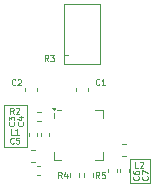
<source format=gbr>
%TF.GenerationSoftware,KiCad,Pcbnew,8.0.0*%
%TF.CreationDate,2024-08-25T13:37:12+02:00*%
%TF.ProjectId,Detector_PTFE_FR4_4_warstwy,44657465-6374-46f7-925f-505446455f46,rev?*%
%TF.SameCoordinates,Original*%
%TF.FileFunction,Legend,Top*%
%TF.FilePolarity,Positive*%
%FSLAX46Y46*%
G04 Gerber Fmt 4.6, Leading zero omitted, Abs format (unit mm)*
G04 Created by KiCad (PCBNEW 8.0.0) date 2024-08-25 13:37:12*
%MOMM*%
%LPD*%
G01*
G04 APERTURE LIST*
%ADD10C,0.100000*%
%ADD11C,0.125000*%
%ADD12C,0.120000*%
G04 APERTURE END LIST*
D10*
X75057000Y-39243000D02*
X76708000Y-39243000D01*
X76708000Y-41275000D01*
X75057000Y-41275000D01*
X75057000Y-39243000D01*
X69469000Y-26162000D02*
X72517000Y-26162000D01*
X72517000Y-31242000D01*
X69469000Y-31242000D01*
X69469000Y-26162000D01*
X64389000Y-34671000D02*
X66294000Y-34671000D01*
X66294000Y-38227000D01*
X64389000Y-38227000D01*
X64389000Y-34671000D01*
D11*
X68115666Y-30958809D02*
X67949000Y-30720714D01*
X67829952Y-30958809D02*
X67829952Y-30458809D01*
X67829952Y-30458809D02*
X68020428Y-30458809D01*
X68020428Y-30458809D02*
X68068047Y-30482619D01*
X68068047Y-30482619D02*
X68091857Y-30506428D01*
X68091857Y-30506428D02*
X68115666Y-30554047D01*
X68115666Y-30554047D02*
X68115666Y-30625476D01*
X68115666Y-30625476D02*
X68091857Y-30673095D01*
X68091857Y-30673095D02*
X68068047Y-30696904D01*
X68068047Y-30696904D02*
X68020428Y-30720714D01*
X68020428Y-30720714D02*
X67829952Y-30720714D01*
X68282333Y-30458809D02*
X68591857Y-30458809D01*
X68591857Y-30458809D02*
X68425190Y-30649285D01*
X68425190Y-30649285D02*
X68496619Y-30649285D01*
X68496619Y-30649285D02*
X68544238Y-30673095D01*
X68544238Y-30673095D02*
X68568047Y-30696904D01*
X68568047Y-30696904D02*
X68591857Y-30744523D01*
X68591857Y-30744523D02*
X68591857Y-30863571D01*
X68591857Y-30863571D02*
X68568047Y-30911190D01*
X68568047Y-30911190D02*
X68544238Y-30935000D01*
X68544238Y-30935000D02*
X68496619Y-30958809D01*
X68496619Y-30958809D02*
X68353762Y-30958809D01*
X68353762Y-30958809D02*
X68306143Y-30935000D01*
X68306143Y-30935000D02*
X68282333Y-30911190D01*
X65194666Y-37896190D02*
X65170857Y-37920000D01*
X65170857Y-37920000D02*
X65099428Y-37943809D01*
X65099428Y-37943809D02*
X65051809Y-37943809D01*
X65051809Y-37943809D02*
X64980381Y-37920000D01*
X64980381Y-37920000D02*
X64932762Y-37872380D01*
X64932762Y-37872380D02*
X64908952Y-37824761D01*
X64908952Y-37824761D02*
X64885143Y-37729523D01*
X64885143Y-37729523D02*
X64885143Y-37658095D01*
X64885143Y-37658095D02*
X64908952Y-37562857D01*
X64908952Y-37562857D02*
X64932762Y-37515238D01*
X64932762Y-37515238D02*
X64980381Y-37467619D01*
X64980381Y-37467619D02*
X65051809Y-37443809D01*
X65051809Y-37443809D02*
X65099428Y-37443809D01*
X65099428Y-37443809D02*
X65170857Y-37467619D01*
X65170857Y-37467619D02*
X65194666Y-37491428D01*
X65647047Y-37443809D02*
X65408952Y-37443809D01*
X65408952Y-37443809D02*
X65385143Y-37681904D01*
X65385143Y-37681904D02*
X65408952Y-37658095D01*
X65408952Y-37658095D02*
X65456571Y-37634285D01*
X65456571Y-37634285D02*
X65575619Y-37634285D01*
X65575619Y-37634285D02*
X65623238Y-37658095D01*
X65623238Y-37658095D02*
X65647047Y-37681904D01*
X65647047Y-37681904D02*
X65670857Y-37729523D01*
X65670857Y-37729523D02*
X65670857Y-37848571D01*
X65670857Y-37848571D02*
X65647047Y-37896190D01*
X65647047Y-37896190D02*
X65623238Y-37920000D01*
X65623238Y-37920000D02*
X65575619Y-37943809D01*
X65575619Y-37943809D02*
X65456571Y-37943809D01*
X65456571Y-37943809D02*
X65408952Y-37920000D01*
X65408952Y-37920000D02*
X65385143Y-37896190D01*
X65321666Y-32943190D02*
X65297857Y-32967000D01*
X65297857Y-32967000D02*
X65226428Y-32990809D01*
X65226428Y-32990809D02*
X65178809Y-32990809D01*
X65178809Y-32990809D02*
X65107381Y-32967000D01*
X65107381Y-32967000D02*
X65059762Y-32919380D01*
X65059762Y-32919380D02*
X65035952Y-32871761D01*
X65035952Y-32871761D02*
X65012143Y-32776523D01*
X65012143Y-32776523D02*
X65012143Y-32705095D01*
X65012143Y-32705095D02*
X65035952Y-32609857D01*
X65035952Y-32609857D02*
X65059762Y-32562238D01*
X65059762Y-32562238D02*
X65107381Y-32514619D01*
X65107381Y-32514619D02*
X65178809Y-32490809D01*
X65178809Y-32490809D02*
X65226428Y-32490809D01*
X65226428Y-32490809D02*
X65297857Y-32514619D01*
X65297857Y-32514619D02*
X65321666Y-32538428D01*
X65512143Y-32538428D02*
X65535952Y-32514619D01*
X65535952Y-32514619D02*
X65583571Y-32490809D01*
X65583571Y-32490809D02*
X65702619Y-32490809D01*
X65702619Y-32490809D02*
X65750238Y-32514619D01*
X65750238Y-32514619D02*
X65774047Y-32538428D01*
X65774047Y-32538428D02*
X65797857Y-32586047D01*
X65797857Y-32586047D02*
X65797857Y-32633666D01*
X65797857Y-32633666D02*
X65774047Y-32705095D01*
X65774047Y-32705095D02*
X65488333Y-32990809D01*
X65488333Y-32990809D02*
X65797857Y-32990809D01*
X65201190Y-36151333D02*
X65225000Y-36175142D01*
X65225000Y-36175142D02*
X65248809Y-36246571D01*
X65248809Y-36246571D02*
X65248809Y-36294190D01*
X65248809Y-36294190D02*
X65225000Y-36365618D01*
X65225000Y-36365618D02*
X65177380Y-36413237D01*
X65177380Y-36413237D02*
X65129761Y-36437047D01*
X65129761Y-36437047D02*
X65034523Y-36460856D01*
X65034523Y-36460856D02*
X64963095Y-36460856D01*
X64963095Y-36460856D02*
X64867857Y-36437047D01*
X64867857Y-36437047D02*
X64820238Y-36413237D01*
X64820238Y-36413237D02*
X64772619Y-36365618D01*
X64772619Y-36365618D02*
X64748809Y-36294190D01*
X64748809Y-36294190D02*
X64748809Y-36246571D01*
X64748809Y-36246571D02*
X64772619Y-36175142D01*
X64772619Y-36175142D02*
X64796428Y-36151333D01*
X64748809Y-35984666D02*
X64748809Y-35675142D01*
X64748809Y-35675142D02*
X64939285Y-35841809D01*
X64939285Y-35841809D02*
X64939285Y-35770380D01*
X64939285Y-35770380D02*
X64963095Y-35722761D01*
X64963095Y-35722761D02*
X64986904Y-35698952D01*
X64986904Y-35698952D02*
X65034523Y-35675142D01*
X65034523Y-35675142D02*
X65153571Y-35675142D01*
X65153571Y-35675142D02*
X65201190Y-35698952D01*
X65201190Y-35698952D02*
X65225000Y-35722761D01*
X65225000Y-35722761D02*
X65248809Y-35770380D01*
X65248809Y-35770380D02*
X65248809Y-35913237D01*
X65248809Y-35913237D02*
X65225000Y-35960856D01*
X65225000Y-35960856D02*
X65201190Y-35984666D01*
X72433666Y-40864809D02*
X72267000Y-40626714D01*
X72147952Y-40864809D02*
X72147952Y-40364809D01*
X72147952Y-40364809D02*
X72338428Y-40364809D01*
X72338428Y-40364809D02*
X72386047Y-40388619D01*
X72386047Y-40388619D02*
X72409857Y-40412428D01*
X72409857Y-40412428D02*
X72433666Y-40460047D01*
X72433666Y-40460047D02*
X72433666Y-40531476D01*
X72433666Y-40531476D02*
X72409857Y-40579095D01*
X72409857Y-40579095D02*
X72386047Y-40602904D01*
X72386047Y-40602904D02*
X72338428Y-40626714D01*
X72338428Y-40626714D02*
X72147952Y-40626714D01*
X72886047Y-40364809D02*
X72647952Y-40364809D01*
X72647952Y-40364809D02*
X72624143Y-40602904D01*
X72624143Y-40602904D02*
X72647952Y-40579095D01*
X72647952Y-40579095D02*
X72695571Y-40555285D01*
X72695571Y-40555285D02*
X72814619Y-40555285D01*
X72814619Y-40555285D02*
X72862238Y-40579095D01*
X72862238Y-40579095D02*
X72886047Y-40602904D01*
X72886047Y-40602904D02*
X72909857Y-40650523D01*
X72909857Y-40650523D02*
X72909857Y-40769571D01*
X72909857Y-40769571D02*
X72886047Y-40817190D01*
X72886047Y-40817190D02*
X72862238Y-40841000D01*
X72862238Y-40841000D02*
X72814619Y-40864809D01*
X72814619Y-40864809D02*
X72695571Y-40864809D01*
X72695571Y-40864809D02*
X72647952Y-40841000D01*
X72647952Y-40841000D02*
X72624143Y-40817190D01*
X76504190Y-40723333D02*
X76528000Y-40747142D01*
X76528000Y-40747142D02*
X76551809Y-40818571D01*
X76551809Y-40818571D02*
X76551809Y-40866190D01*
X76551809Y-40866190D02*
X76528000Y-40937618D01*
X76528000Y-40937618D02*
X76480380Y-40985237D01*
X76480380Y-40985237D02*
X76432761Y-41009047D01*
X76432761Y-41009047D02*
X76337523Y-41032856D01*
X76337523Y-41032856D02*
X76266095Y-41032856D01*
X76266095Y-41032856D02*
X76170857Y-41009047D01*
X76170857Y-41009047D02*
X76123238Y-40985237D01*
X76123238Y-40985237D02*
X76075619Y-40937618D01*
X76075619Y-40937618D02*
X76051809Y-40866190D01*
X76051809Y-40866190D02*
X76051809Y-40818571D01*
X76051809Y-40818571D02*
X76075619Y-40747142D01*
X76075619Y-40747142D02*
X76099428Y-40723333D01*
X76051809Y-40556666D02*
X76051809Y-40223333D01*
X76051809Y-40223333D02*
X76551809Y-40437618D01*
X75742190Y-40723333D02*
X75766000Y-40747142D01*
X75766000Y-40747142D02*
X75789809Y-40818571D01*
X75789809Y-40818571D02*
X75789809Y-40866190D01*
X75789809Y-40866190D02*
X75766000Y-40937618D01*
X75766000Y-40937618D02*
X75718380Y-40985237D01*
X75718380Y-40985237D02*
X75670761Y-41009047D01*
X75670761Y-41009047D02*
X75575523Y-41032856D01*
X75575523Y-41032856D02*
X75504095Y-41032856D01*
X75504095Y-41032856D02*
X75408857Y-41009047D01*
X75408857Y-41009047D02*
X75361238Y-40985237D01*
X75361238Y-40985237D02*
X75313619Y-40937618D01*
X75313619Y-40937618D02*
X75289809Y-40866190D01*
X75289809Y-40866190D02*
X75289809Y-40818571D01*
X75289809Y-40818571D02*
X75313619Y-40747142D01*
X75313619Y-40747142D02*
X75337428Y-40723333D01*
X75289809Y-40294761D02*
X75289809Y-40389999D01*
X75289809Y-40389999D02*
X75313619Y-40437618D01*
X75313619Y-40437618D02*
X75337428Y-40461428D01*
X75337428Y-40461428D02*
X75408857Y-40509047D01*
X75408857Y-40509047D02*
X75504095Y-40532856D01*
X75504095Y-40532856D02*
X75694571Y-40532856D01*
X75694571Y-40532856D02*
X75742190Y-40509047D01*
X75742190Y-40509047D02*
X75766000Y-40485237D01*
X75766000Y-40485237D02*
X75789809Y-40437618D01*
X75789809Y-40437618D02*
X75789809Y-40342380D01*
X75789809Y-40342380D02*
X75766000Y-40294761D01*
X75766000Y-40294761D02*
X75742190Y-40270952D01*
X75742190Y-40270952D02*
X75694571Y-40247142D01*
X75694571Y-40247142D02*
X75575523Y-40247142D01*
X75575523Y-40247142D02*
X75527904Y-40270952D01*
X75527904Y-40270952D02*
X75504095Y-40294761D01*
X75504095Y-40294761D02*
X75480285Y-40342380D01*
X75480285Y-40342380D02*
X75480285Y-40437618D01*
X75480285Y-40437618D02*
X75504095Y-40485237D01*
X75504095Y-40485237D02*
X75527904Y-40509047D01*
X75527904Y-40509047D02*
X75575523Y-40532856D01*
X75735666Y-39975809D02*
X75497571Y-39975809D01*
X75497571Y-39975809D02*
X75497571Y-39475809D01*
X75878524Y-39523428D02*
X75902333Y-39499619D01*
X75902333Y-39499619D02*
X75949952Y-39475809D01*
X75949952Y-39475809D02*
X76069000Y-39475809D01*
X76069000Y-39475809D02*
X76116619Y-39499619D01*
X76116619Y-39499619D02*
X76140428Y-39523428D01*
X76140428Y-39523428D02*
X76164238Y-39571047D01*
X76164238Y-39571047D02*
X76164238Y-39618666D01*
X76164238Y-39618666D02*
X76140428Y-39690095D01*
X76140428Y-39690095D02*
X75854714Y-39975809D01*
X75854714Y-39975809D02*
X76164238Y-39975809D01*
X65194666Y-35403809D02*
X65028000Y-35165714D01*
X64908952Y-35403809D02*
X64908952Y-34903809D01*
X64908952Y-34903809D02*
X65099428Y-34903809D01*
X65099428Y-34903809D02*
X65147047Y-34927619D01*
X65147047Y-34927619D02*
X65170857Y-34951428D01*
X65170857Y-34951428D02*
X65194666Y-34999047D01*
X65194666Y-34999047D02*
X65194666Y-35070476D01*
X65194666Y-35070476D02*
X65170857Y-35118095D01*
X65170857Y-35118095D02*
X65147047Y-35141904D01*
X65147047Y-35141904D02*
X65099428Y-35165714D01*
X65099428Y-35165714D02*
X64908952Y-35165714D01*
X65385143Y-34951428D02*
X65408952Y-34927619D01*
X65408952Y-34927619D02*
X65456571Y-34903809D01*
X65456571Y-34903809D02*
X65575619Y-34903809D01*
X65575619Y-34903809D02*
X65623238Y-34927619D01*
X65623238Y-34927619D02*
X65647047Y-34951428D01*
X65647047Y-34951428D02*
X65670857Y-34999047D01*
X65670857Y-34999047D02*
X65670857Y-35046666D01*
X65670857Y-35046666D02*
X65647047Y-35118095D01*
X65647047Y-35118095D02*
X65361333Y-35403809D01*
X65361333Y-35403809D02*
X65670857Y-35403809D01*
X65963190Y-36151333D02*
X65987000Y-36175142D01*
X65987000Y-36175142D02*
X66010809Y-36246571D01*
X66010809Y-36246571D02*
X66010809Y-36294190D01*
X66010809Y-36294190D02*
X65987000Y-36365618D01*
X65987000Y-36365618D02*
X65939380Y-36413237D01*
X65939380Y-36413237D02*
X65891761Y-36437047D01*
X65891761Y-36437047D02*
X65796523Y-36460856D01*
X65796523Y-36460856D02*
X65725095Y-36460856D01*
X65725095Y-36460856D02*
X65629857Y-36437047D01*
X65629857Y-36437047D02*
X65582238Y-36413237D01*
X65582238Y-36413237D02*
X65534619Y-36365618D01*
X65534619Y-36365618D02*
X65510809Y-36294190D01*
X65510809Y-36294190D02*
X65510809Y-36246571D01*
X65510809Y-36246571D02*
X65534619Y-36175142D01*
X65534619Y-36175142D02*
X65558428Y-36151333D01*
X65677476Y-35722761D02*
X66010809Y-35722761D01*
X65487000Y-35841809D02*
X65844142Y-35960856D01*
X65844142Y-35960856D02*
X65844142Y-35651333D01*
X72433666Y-32920129D02*
X72409857Y-32943939D01*
X72409857Y-32943939D02*
X72338428Y-32967748D01*
X72338428Y-32967748D02*
X72290809Y-32967748D01*
X72290809Y-32967748D02*
X72219381Y-32943939D01*
X72219381Y-32943939D02*
X72171762Y-32896319D01*
X72171762Y-32896319D02*
X72147952Y-32848700D01*
X72147952Y-32848700D02*
X72124143Y-32753462D01*
X72124143Y-32753462D02*
X72124143Y-32682034D01*
X72124143Y-32682034D02*
X72147952Y-32586796D01*
X72147952Y-32586796D02*
X72171762Y-32539177D01*
X72171762Y-32539177D02*
X72219381Y-32491558D01*
X72219381Y-32491558D02*
X72290809Y-32467748D01*
X72290809Y-32467748D02*
X72338428Y-32467748D01*
X72338428Y-32467748D02*
X72409857Y-32491558D01*
X72409857Y-32491558D02*
X72433666Y-32515367D01*
X72909857Y-32967748D02*
X72624143Y-32967748D01*
X72767000Y-32967748D02*
X72767000Y-32467748D01*
X72767000Y-32467748D02*
X72719381Y-32539177D01*
X72719381Y-32539177D02*
X72671762Y-32586796D01*
X72671762Y-32586796D02*
X72624143Y-32610605D01*
X69258666Y-40864809D02*
X69092000Y-40626714D01*
X68972952Y-40864809D02*
X68972952Y-40364809D01*
X68972952Y-40364809D02*
X69163428Y-40364809D01*
X69163428Y-40364809D02*
X69211047Y-40388619D01*
X69211047Y-40388619D02*
X69234857Y-40412428D01*
X69234857Y-40412428D02*
X69258666Y-40460047D01*
X69258666Y-40460047D02*
X69258666Y-40531476D01*
X69258666Y-40531476D02*
X69234857Y-40579095D01*
X69234857Y-40579095D02*
X69211047Y-40602904D01*
X69211047Y-40602904D02*
X69163428Y-40626714D01*
X69163428Y-40626714D02*
X68972952Y-40626714D01*
X69687238Y-40531476D02*
X69687238Y-40864809D01*
X69568190Y-40341000D02*
X69449143Y-40698142D01*
X69449143Y-40698142D02*
X69758666Y-40698142D01*
X65194666Y-37181809D02*
X64956571Y-37181809D01*
X64956571Y-37181809D02*
X64956571Y-36681809D01*
X65623238Y-37181809D02*
X65337524Y-37181809D01*
X65480381Y-37181809D02*
X65480381Y-36681809D01*
X65480381Y-36681809D02*
X65432762Y-36753238D01*
X65432762Y-36753238D02*
X65385143Y-36800857D01*
X65385143Y-36800857D02*
X65337524Y-36824666D01*
D12*
%TO.C,R3*%
X69749641Y-30481000D02*
X69442359Y-30481000D01*
X69749641Y-31241000D02*
X69442359Y-31241000D01*
%TO.C,C5*%
X67202164Y-39875939D02*
X67417836Y-39875939D01*
X67202164Y-40595939D02*
X67417836Y-40595939D01*
%TO.C,C2*%
X66165000Y-33237359D02*
X66165000Y-33518519D01*
X67185000Y-33237359D02*
X67185000Y-33518519D01*
%TO.C,C3*%
X66442000Y-37080103D02*
X66442000Y-37295775D01*
X67162000Y-37080103D02*
X67162000Y-37295775D01*
%TO.C,R5*%
X71121000Y-40463298D02*
X71121000Y-40770580D01*
X71881000Y-40463298D02*
X71881000Y-40770580D01*
%TO.C,U1*%
X68558000Y-35801939D02*
X68558000Y-35366939D01*
X68558000Y-39346939D02*
X68558000Y-38671939D01*
X69233000Y-35126939D02*
X68858000Y-35126939D01*
X69233000Y-39346939D02*
X68558000Y-39346939D01*
X72103000Y-35126939D02*
X72778000Y-35126939D01*
X72103000Y-39346939D02*
X72778000Y-39346939D01*
X72778000Y-35126939D02*
X72778000Y-35801939D01*
X72778000Y-39346939D02*
X72778000Y-38671939D01*
X68558000Y-35126939D02*
X68418000Y-34936939D01*
X68698000Y-34936939D01*
X68558000Y-35126939D01*
G36*
X68558000Y-35126939D02*
G01*
X68418000Y-34936939D01*
X68698000Y-34936939D01*
X68558000Y-35126939D01*
G37*
%TO.C,C7*%
X74189000Y-40343775D02*
X74189000Y-40128103D01*
X74909000Y-40343775D02*
X74909000Y-40128103D01*
%TO.C,C6*%
X73173000Y-40343775D02*
X73173000Y-40128103D01*
X73893000Y-40343775D02*
X73893000Y-40128103D01*
%TO.C,L2*%
X74711779Y-37947939D02*
X74386221Y-37947939D01*
X74711779Y-38967939D02*
X74386221Y-38967939D01*
%TO.C,R2*%
X67463641Y-35283939D02*
X67156359Y-35283939D01*
X67463641Y-36043939D02*
X67156359Y-36043939D01*
%TO.C,C4*%
X67458000Y-37080103D02*
X67458000Y-37295775D01*
X68178000Y-37080103D02*
X68178000Y-37295775D01*
%TO.C,C1*%
X70483000Y-33237359D02*
X70483000Y-33518519D01*
X71503000Y-33237359D02*
X71503000Y-33518519D01*
%TO.C,R4*%
X69978000Y-40463298D02*
X69978000Y-40770580D01*
X70738000Y-40463298D02*
X70738000Y-40770580D01*
%TO.C,L1*%
X66639221Y-38455939D02*
X66964779Y-38455939D01*
X66639221Y-39475939D02*
X66964779Y-39475939D01*
%TD*%
M02*

</source>
